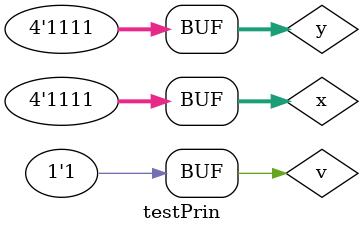
<source format=v>
module Adder (output s0, 
output s1,
input a, 
input b);
xor XOR1 (s0,a,b);
and AND1 (s1,a,b);
endmodule//Adder

module Increment (output [2:0] s,
output Carry_out,
input x,
input y,
input z,
input Carry_in);
wire t1,t2,t3;
fullAdder fA5 (s[0],t1,Carry_in,x,1);
fullAdder fA6 (s[1],t2,t1,y,0);
fullAdder fA7 (s[2],Carry_out,t2,z,0);
endmodule//Increment

module C1 (output s1,
input a,
input b);
xor XOR2(s1,a,b);
endmodule//C1

module fullAdder (output s2,
output Carry_out,
input Carry_in,
input x,
input y);
wire temp1,temp2,temp3;
Adder A1 (temp1,temp2,x,y);
Adder A2 (s2,temp3,temp1,Carry_in);
or OR1(Carry_out,temp3,temp2);
endmodule//fullAdder

module Prin (output [3:0] s,
output sinal,
input [3:0] x1,
input [3:0] y1,
input Carry_in);
wire temp4,temp5,temp6,c0,c1,c2,c3,c5;
wire [3:0] ts,c_out;
C1 C0 (c0,Carry_in,y1[0]);
C1 C1 (c1,Carry_in,y1[1]);
C1 C2 (c2,Carry_in,y1[2]);
C1 C3 (c3,Carry_in,y1[3]);
fullAdder fA1(ts[0],temp4,Carry_in,x1[0],c0);
fullAdder fA2(ts[1],temp5,temp4,x1[1],c1);
fullAdder fA3(ts[2],temp6,temp5,x1[2],c2);
fullAdder fA4(ts[3],Carry_out,temp6,x1[3],c3);
C1 C4 (sinal,Carry_out,Carry_in);
Increment I1 (s[2:0],s[3],ts[0],ts[1],ts[2],ts[3]);
endmodule//Prin

module testPrin;
// ------------------------- definir dados 
reg [3:0] x;
reg [3:0] y;
reg  v;
wire [3:0] s;
wire sinal,Carry_out; 
Prin modulo ( s, sinal, x, y, v);
// ------------------------- parte principal 
initial begin 
$display("Exemplo0033 - Lucas Cardoso - 441694"); 
$display("Test AU's module"); 
x = 4'b0000; y = 4'b0000; v = 'b0; 
// projetar testes do modulo 
$display("\na b Carry_in sinal s");
#1 $monitor("%b %b %b %b %b",x,y,v,sinal,s);
#1 x='b0001;y ='b0001; v= 'b0;  
#1 x='b0010;y ='b0010; v= 'b0;
#1 x='b0011;y ='b0011; v= 'b0;

#1 x='b0100;y ='b0100; v= 'b0; 
#1 x='b0101;y ='b0101; v= 'b0;  
#1 x='b0110;y ='b0110; v= 'b0;
#1 x='b0111;y ='b0111; v= 'b0;

#1 x='b1000;y ='b1000; v= 'b0; 
#1 x='b1001;y ='b1001; v= 'b0;  
#1 x='b1010;y ='b1010; v= 'b0;
#1 x='b1011;y ='b1011; v= 'b0;

#1 x='b1100;y ='b1100; v= 'b0; 
#1 x='b1101;y ='b1101; v= 'b0;  
#1 x='b1110;y ='b1110; v= 'b0;
#1 x='b1111;y ='b1111; v= 'b0;

#1 x='b0000;y ='b0000; v= 'b1; 
#1 x='b0001;y ='b0001; v= 'b1;  
#1 x='b0010;y ='b0010; v= 'b1;
#1 x='b0011;y ='b0011; v= 'b1;

#1 x='b0100;y ='b0100; v= 'b1; 
#1 x='b0101;y ='b0101; v= 'b1;  
#1 x='b0110;y ='b0110; v= 'b1;
#1 x='b0111;y ='b0111; v= 'b1;

#1 x='b1000;y ='b1000; v= 'b1; 
#1 x='b1001;y ='b1001; v= 'b1;  
#1 x='b1010;y ='b1010; v= 'b1;
#1 x='b1011;y ='b1011; v= 'b1;

#1 x='b1100;y ='b1100; v= 'b1; 
#1 x='b1101;y ='b1101; v= 'b1;  
#1 x='b1110;y ='b1110; v= 'b1;
#1 x='b1111;y ='b1111; v= 'b1;

end 
endmodule // test_FullAdder 
</source>
